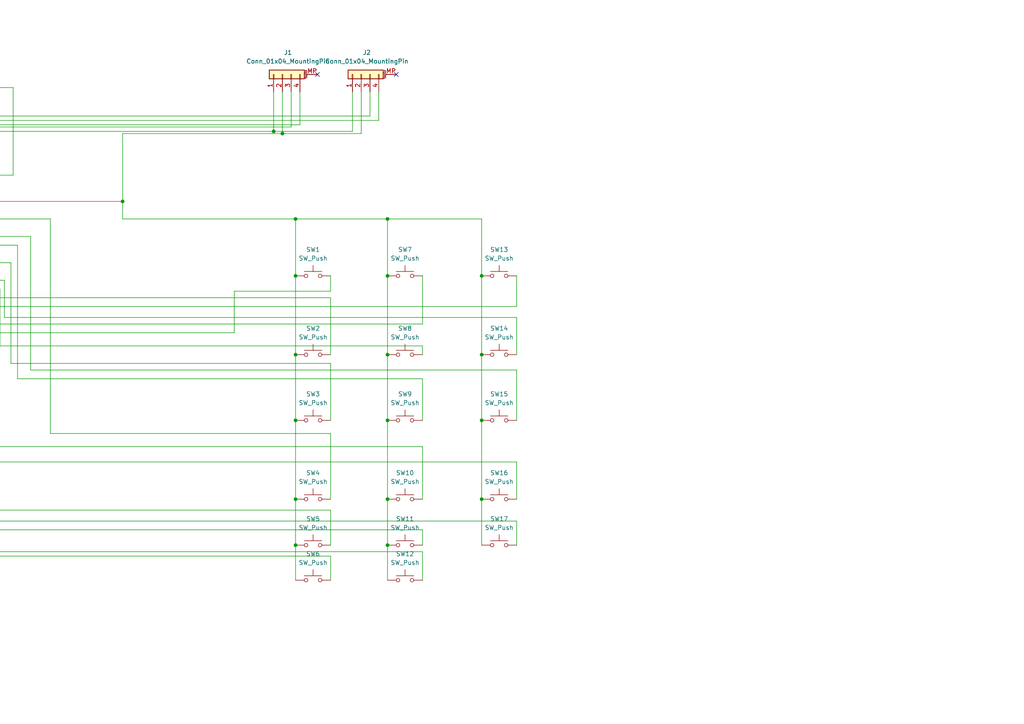
<source format=kicad_sch>
(kicad_sch (version 20211123) (generator eeschema)
  (paper "A4")
  (lib_symbols
    (symbol "Connector_Generic_MountingPin:Conn_01x04_MountingPin" (pin_names (offset 1.016) hide)
      (property "Reference" "J" (at 0 5.08 0))
      (property "Value" "Conn_01x04_MountingPin" (at 1.27 -7.62 0))
      (symbol "Conn_01x04_MountingPin_1_1"
        (rectangle (start -1.27 -4.953) (end 0 -5.207) (stroke (width 0.1524)))
        (rectangle (start -1.27 -2.413) (end 0 -2.667) (stroke (width 0.1524)))
        (rectangle (start -1.27 0.127) (end 0 -0.127) (stroke (width 0.1524)))
        (rectangle (start -1.27 2.667) (end 0 2.413) (stroke (width 0.1524)))
        (rectangle (start -1.27 3.81) (end 1.27 -6.35) (stroke (width 0.254)) (fill (type background)))
        (polyline (pts (xy -1.016 -7.112) (xy 1.016 -7.112)) (stroke (width 0.1524)))
        (text "Mounting" (at 0 -6.731 0) (effects (font (size 0.381 0.381))))
        (pin passive line (at -5.08 2.54 0) (length 3.81) (name "Pin_1") (number "1"))
        (pin passive line (at -5.08 0 0) (length 3.81) (name "Pin_2") (number "2"))
        (pin passive line (at -5.08 -2.54 0) (length 3.81) (name "Pin_3") (number "3"))
        (pin passive line (at -5.08 -5.08 0) (length 3.81) (name "Pin_4") (number "4"))
        (pin passive line (at 0 -10.16 90) (length 3.048) (name "MountPin") (number "MP"))
      )
    )
    (symbol "Device:Battery" (pin_numbers hide) (pin_names (offset 0) hide)
      (property "Reference" "BT" (at 2.54 2.54 0))
      (property "Value" "Battery" (at 2.54 0 0))
      (symbol "Battery_0_1"
        (rectangle (start -2.032 -1.397) (end 2.032 -1.651) (fill (type outline)))
        (rectangle (start -2.032 1.778) (end 2.032 1.524) (fill (type outline)))
        (rectangle (start -1.3208 -1.9812) (end 1.27 -2.4892) (fill (type outline)))
        (rectangle (start -1.3208 1.1938) (end 1.27 0.6858) (fill (type outline)))
        (polyline (pts (xy 0 -1.524) (xy 0 -1.27)))
        (polyline (pts (xy 0 -1.016) (xy 0 -0.762)))
        (polyline (pts (xy 0 -0.508) (xy 0 -0.254)))
        (polyline (pts (xy 0 0) (xy 0 0.254)))
        (polyline (pts (xy 0 0.508) (xy 0 0.762)))
        (polyline (pts (xy 0 1.778) (xy 0 2.54)))
        (polyline (pts (xy 0.254 2.667) (xy 1.27 2.667)) (stroke (width 0.254)))
        (polyline (pts (xy 0.762 3.175) (xy 0.762 2.159)) (stroke (width 0.254)))
      )
      (symbol "Battery_1_1"
        (pin passive line (at 0 5.08 270) (length 2.54) (name "+") (number "1"))
        (pin passive line (at 0 -5.08 90) (length 2.54) (name "-") (number "2"))
      )
    )
    (symbol "MCU_RaspberryPi_and_Boards:Pico"
      (property "Reference" "U" (at -13.97 27.94 0))
      (property "Value" "Pico" (at 0 19.05 0))
      (symbol "Pico_0_0"
        (text "Raspberry Pi Pico" (at 0 21.59 0) (effects (font (size 1.27 1.27))))
      )
      (symbol "Pico_0_1"
        (rectangle (start -15.24 26.67) (end 15.24 -26.67) (fill (type background)))
      )
      (symbol "Pico_1_1"
        (pin bidirectional line (at -17.78 24.13 0) (length 2.54) (name "GPIO0") (number "1"))
        (pin bidirectional line (at -17.78 1.27 0) (length 2.54) (name "GPIO7") (number "10"))
        (pin bidirectional line (at -17.78 -1.27 0) (length 2.54) (name "GPIO8") (number "11"))
        (pin bidirectional line (at -17.78 -3.81 0) (length 2.54) (name "GPIO9") (number "12"))
        (pin power_in line (at -17.78 -6.35 0) (length 2.54) (name "GND") (number "13"))
        (pin bidirectional line (at -17.78 -8.89 0) (length 2.54) (name "GPIO10") (number "14"))
        (pin bidirectional line (at -17.78 -11.43 0) (length 2.54) (name "GPIO11") (number "15"))
        (pin bidirectional line (at -17.78 -13.97 0) (length 2.54) (name "GPIO12") (number "16"))
        (pin bidirectional line (at -17.78 -16.51 0) (length 2.54) (name "GPIO13") (number "17"))
        (pin power_in line (at -17.78 -19.05 0) (length 2.54) (name "GND") (number "18"))
        (pin bidirectional line (at -17.78 -21.59 0) (length 2.54) (name "GPIO14") (number "19"))
        (pin bidirectional line (at -17.78 21.59 0) (length 2.54) (name "GPIO1") (number "2"))
        (pin bidirectional line (at -17.78 -24.13 0) (length 2.54) (name "GPIO15") (number "20"))
        (pin bidirectional line (at 17.78 -24.13 180) (length 2.54) (name "GPIO16") (number "21"))
        (pin bidirectional line (at 17.78 -21.59 180) (length 2.54) (name "GPIO17") (number "22"))
        (pin power_in line (at 17.78 -19.05 180) (length 2.54) (name "GND") (number "23"))
        (pin bidirectional line (at 17.78 -16.51 180) (length 2.54) (name "GPIO18") (number "24"))
        (pin bidirectional line (at 17.78 -13.97 180) (length 2.54) (name "GPIO19") (number "25"))
        (pin bidirectional line (at 17.78 -11.43 180) (length 2.54) (name "GPIO20") (number "26"))
        (pin bidirectional line (at 17.78 -8.89 180) (length 2.54) (name "GPIO21") (number "27"))
        (pin power_in line (at 17.78 -6.35 180) (length 2.54) (name "GND") (number "28"))
        (pin bidirectional line (at 17.78 -3.81 180) (length 2.54) (name "GPIO22") (number "29"))
        (pin power_in line (at -17.78 19.05 0) (length 2.54) (name "GND") (number "3"))
        (pin input line (at 17.78 -1.27 180) (length 2.54) (name "RUN") (number "30"))
        (pin bidirectional line (at 17.78 1.27 180) (length 2.54) (name "GPIO26_ADC0") (number "31"))
        (pin bidirectional line (at 17.78 3.81 180) (length 2.54) (name "GPIO27_ADC1") (number "32"))
        (pin power_in line (at 17.78 6.35 180) (length 2.54) (name "AGND") (number "33"))
        (pin bidirectional line (at 17.78 8.89 180) (length 2.54) (name "GPIO28_ADC2") (number "34"))
        (pin power_in line (at 17.78 11.43 180) (length 2.54) (name "ADC_VREF") (number "35"))
        (pin power_in line (at 17.78 13.97 180) (length 2.54) (name "3V3") (number "36"))
        (pin input line (at 17.78 16.51 180) (length 2.54) (name "3V3_EN") (number "37"))
        (pin bidirectional line (at 17.78 19.05 180) (length 2.54) (name "GND") (number "38"))
        (pin power_in line (at 17.78 21.59 180) (length 2.54) (name "VSYS") (number "39"))
        (pin bidirectional line (at -17.78 16.51 0) (length 2.54) (name "GPIO2") (number "4"))
        (pin power_in line (at 17.78 24.13 180) (length 2.54) (name "VBUS") (number "40"))
        (pin input line (at -2.54 -29.21 90) (length 2.54) (name "SWCLK") (number "41"))
        (pin power_in line (at 0 -29.21 90) (length 2.54) (name "GND") (number "42"))
        (pin bidirectional line (at 2.54 -29.21 90) (length 2.54) (name "SWDIO") (number "43"))
        (pin bidirectional line (at -17.78 13.97 0) (length 2.54) (name "GPIO3") (number "5"))
        (pin bidirectional line (at -17.78 11.43 0) (length 2.54) (name "GPIO4") (number "6"))
        (pin bidirectional line (at -17.78 8.89 0) (length 2.54) (name "GPIO5") (number "7"))
        (pin power_in line (at -17.78 6.35 0) (length 2.54) (name "GND") (number "8"))
        (pin bidirectional line (at -17.78 3.81 0) (length 2.54) (name "GPIO6") (number "9"))
      )
    )
    (symbol "Switch:SW_DPDT_x2" (pin_names (offset 0) hide)
      (property "Reference" "SW" (at 0 4.318 0))
      (property "Value" "SW_DPDT_x2" (at 0 -5.08 0))
      (symbol "SW_DPDT_x2_0_0"
        (circle (center -2.032 0) (radius 0.508))
        (circle (center 2.032 -2.54) (radius 0.508))
      )
      (symbol "SW_DPDT_x2_0_1"
        (polyline (pts (xy -1.524 0.254) (xy 1.651 2.286)))
        (circle (center 2.032 2.54) (radius 0.508))
      )
      (symbol "SW_DPDT_x2_1_1"
        (pin passive line (at 5.08 2.54 180) (length 2.54) (name "A") (number "1"))
        (pin passive line (at -5.08 0 0) (length 2.54) (name "B") (number "2"))
        (pin passive line (at 5.08 -2.54 180) (length 2.54) (name "C") (number "3"))
      )
      (symbol "SW_DPDT_x2_2_1"
        (pin passive line (at 5.08 2.54 180) (length 2.54) (name "A") (number "4"))
        (pin passive line (at -5.08 0 0) (length 2.54) (name "B") (number "5"))
        (pin passive line (at 5.08 -2.54 180) (length 2.54) (name "C") (number "6"))
      )
    )
    (symbol "Switch:SW_Push" (pin_numbers hide) (pin_names (offset 1.016) hide)
      (property "Reference" "SW" (at 1.27 2.54 0))
      (property "Value" "SW_Push" (at 0 -1.524 0))
      (symbol "SW_Push_0_1"
        (circle (center -2.032 0) (radius 0.508))
        (polyline (pts (xy 0 1.27) (xy 0 3.048)))
        (polyline (pts (xy 2.54 1.27) (xy -2.54 1.27)))
        (circle (center 2.032 0) (radius 0.508))
        (pin passive line (at -5.08 0 0) (length 2.54) (name "1") (number "1"))
        (pin passive line (at 5.08 0 180) (length 2.54) (name "2") (number "2"))
      )
    )
  )
  (junction (at 85.725 102.87))
  (junction (at 85.725 158.115))
  (junction (at 81.915 38.735))
  (junction (at 85.725 63.5))
  (junction (at 85.725 121.92))
  (junction (at 35.56 58.42))
  (junction (at 85.725 144.78))
  (junction (at 139.7 121.92))
  (junction (at 112.395 144.78))
  (junction (at 112.395 80.01))
  (junction (at 112.395 158.115))
  (junction (at 139.7 102.87))
  (junction (at 79.375 38.1))
  (junction (at 85.725 80.01))
  (junction (at 112.395 121.92))
  (junction (at 112.395 63.5))
  (junction (at 139.7 80.01))
  (junction (at 139.7 144.78))
  (junction (at 112.395 102.87))
  (no_connect (at -7.62 66.04))
  (no_connect (at -7.62 91.44))
  (no_connect (at -43.18 91.44))
  (no_connect (at -92.075 69.215))
  (no_connect (at -27.94 101.6))
  (no_connect (at -43.18 68.58))
  (no_connect (at -43.18 78.74))
  (no_connect (at -25.4 101.6))
  (no_connect (at -7.62 48.26))
  (no_connect (at -7.62 55.88))
  (no_connect (at -43.18 66.04))
  (no_connect (at -43.18 73.66))
  (no_connect (at -7.62 73.66))
  (no_connect (at 92.075 21.59))
  (no_connect (at 114.935 21.59))
  (no_connect (at -43.18 71.12))
  (no_connect (at -43.18 63.5))
  (no_connect (at -7.62 60.96))
  (no_connect (at -7.62 78.74))
  (no_connect (at -43.18 60.96))
  (no_connect (at -22.86 101.6))
  (wire (pts (xy 139.7 63.5) (xy 112.395 63.5)))
  (wire (pts (xy 8.89 107.315) (xy 8.89 68.58)))
  (wire (pts (xy 35.56 63.5) (xy 35.56 58.42)))
  (wire (pts (xy -49.53 129.54) (xy -49.53 96.52)))
  (wire (pts (xy 8.89 68.58) (xy -7.62 68.58)))
  (wire (pts (xy -7.62 81.28) (xy 1.27 81.28)))
  (wire (pts (xy -56.515 83.82) (xy -43.18 83.82)))
  (wire (pts (xy -48.895 50.8) (xy -48.895 36.83)))
  (wire (pts (xy 81.915 26.67) (xy 81.915 38.735)))
  (wire (pts (xy 95.885 147.955) (xy -52.07 147.955)))
  (wire (pts (xy 84.455 36.83) (xy 84.455 26.67)))
  (wire (pts (xy 149.86 107.315) (xy 8.89 107.315)))
  (wire (pts (xy 3.175 105.41) (xy 3.175 76.2)))
  (wire (pts (xy 95.885 144.78) (xy 95.885 125.73)))
  (wire (pts (xy 109.855 34.925) (xy 109.855 26.67)))
  (wire (pts (xy 149.86 151.13) (xy -56.515 151.13)))
  (wire (pts (xy 95.885 125.73) (xy 14.605 125.73)))
  (wire (pts (xy 67.945 96.52) (xy 67.945 84.455)))
  (wire (pts (xy 139.7 80.01) (xy 139.7 102.87)))
  (wire (pts (xy 102.235 38.1) (xy 102.235 26.67)))
  (wire (pts (xy 35.56 38.735) (xy 35.56 58.42)))
  (wire (pts (xy 122.555 80.01) (xy 122.555 93.98)))
  (wire (pts (xy 139.7 102.87) (xy 139.7 121.92)))
  (wire (pts (xy -43.18 50.8) (xy -48.895 50.8)))
  (wire (pts (xy 85.725 63.5) (xy 85.725 80.01)))
  (wire (pts (xy 67.945 84.455) (xy 95.885 84.455)))
  (wire (pts (xy -97.155 53.34) (xy -43.18 53.34)))
  (wire (pts (xy 112.395 144.78) (xy 112.395 158.115)))
  (wire (pts (xy 79.375 38.1) (xy 102.235 38.1)))
  (wire (pts (xy 3.175 76.2) (xy -7.62 76.2)))
  (wire (pts (xy 5.08 109.855) (xy 5.08 71.12)))
  (wire (pts (xy -59.69 160.02) (xy -59.69 76.2)))
  (wire (pts (xy 122.555 102.87) (xy 122.555 100.33)))
  (wire (pts (xy -43.18 36.195) (xy -43.18 48.26)))
  (wire (pts (xy -58.42 81.28) (xy -43.18 81.28)))
  (wire (pts (xy -53.34 86.36) (xy -43.18 86.36)))
  (wire (pts (xy 81.915 38.735) (xy 104.775 38.735)))
  (wire (pts (xy 112.395 102.87) (xy 112.395 121.92)))
  (wire (pts (xy 122.555 93.98) (xy -7.62 93.98)))
  (wire (pts (xy 107.315 26.67) (xy 107.315 33.655)))
  (wire (pts (xy 3.81 50.8) (xy -7.62 50.8)))
  (wire (pts (xy -56.515 151.13) (xy -56.515 83.82)))
  (wire (pts (xy 85.725 63.5) (xy 35.56 63.5)))
  (wire (pts (xy 104.775 38.735) (xy 104.775 26.67)))
  (wire (pts (xy 85.725 158.115) (xy 85.725 168.275)))
  (wire (pts (xy -50.8 93.98) (xy -43.18 93.98)))
  (wire (pts (xy 112.395 80.01) (xy 112.395 102.87)))
  (wire (pts (xy -113.665 66.675) (xy -60.96 66.675)))
  (wire (pts (xy 85.725 80.01) (xy 85.725 102.87)))
  (wire (pts (xy 149.86 88.9) (xy -7.62 88.9)))
  (wire (pts (xy 95.885 161.29) (xy -58.42 161.29)))
  (wire (pts (xy 86.995 36.195) (xy -43.18 36.195)))
  (wire (pts (xy 122.555 153.67) (xy -53.34 153.67)))
  (wire (pts (xy -7.62 63.5) (xy 14.605 63.5)))
  (wire (pts (xy 85.725 102.87) (xy 85.725 121.92)))
  (wire (pts (xy -49.53 96.52) (xy -43.18 96.52)))
  (wire (pts (xy -58.42 161.29) (xy -58.42 81.28)))
  (wire (pts (xy 0 83.82) (xy -7.62 83.82)))
  (wire (pts (xy 3.81 25.4) (xy 3.81 50.8)))
  (wire (pts (xy -52.07 88.9) (xy -43.18 88.9)))
  (wire (pts (xy -50.8 133.985) (xy -50.8 93.98)))
  (wire (pts (xy 122.555 168.275) (xy 122.555 160.02)))
  (wire (pts (xy -53.34 34.925) (xy 109.855 34.925)))
  (wire (pts (xy -53.34 55.88) (xy -53.34 34.925)))
  (wire (pts (xy 122.555 129.54) (xy -49.53 129.54)))
  (wire (pts (xy 122.555 121.92) (xy 122.555 109.855)))
  (wire (pts (xy 149.86 80.01) (xy 149.86 88.9)))
  (wire (pts (xy 35.56 38.735) (xy 81.915 38.735)))
  (wire (pts (xy 79.375 38.1) (xy 79.375 26.67)))
  (wire (pts (xy 149.86 133.985) (xy -50.8 133.985)))
  (wire (pts (xy -54.61 33.655) (xy -54.61 58.42)))
  (wire (pts (xy 14.605 63.5) (xy 14.605 125.73)))
  (wire (pts (xy 95.885 86.36) (xy -7.62 86.36)))
  (wire (pts (xy 95.885 121.92) (xy 95.885 105.41)))
  (wire (pts (xy -43.18 55.88) (xy -53.34 55.88)))
  (wire (pts (xy 0 100.33) (xy 0 83.82)))
  (wire (pts (xy 95.885 80.01) (xy 95.885 84.455)))
  (wire (pts (xy 112.395 63.5) (xy 112.395 80.01)))
  (wire (pts (xy -1.27 38.1) (xy -1.27 53.34)))
  (wire (pts (xy -60.96 25.4) (xy 3.81 25.4)))
  (wire (pts (xy 112.395 63.5) (xy 85.725 63.5)))
  (wire (pts (xy 139.7 144.78) (xy 139.7 158.115)))
  (wire (pts (xy 122.555 160.02) (xy -59.69 160.02)))
  (wire (pts (xy -97.155 53.34) (xy -97.155 69.215)))
  (wire (pts (xy 95.885 168.275) (xy 95.885 161.29)))
  (wire (pts (xy 149.86 102.87) (xy 149.86 92.075)))
  (wire (pts (xy 139.7 63.5) (xy 139.7 80.01)))
  (wire (pts (xy 122.555 144.78) (xy 122.555 129.54)))
  (wire (pts (xy 149.86 121.92) (xy 149.86 107.315)))
  (wire (pts (xy -94.615 91.44) (xy -94.615 79.375)))
  (wire (pts (xy -113.665 76.835) (xy -113.665 81.28)))
  (wire (pts (xy 95.885 158.115) (xy 95.885 147.955)))
  (wire (pts (xy 5.08 71.12) (xy -7.62 71.12)))
  (wire (pts (xy 139.7 121.92) (xy 139.7 144.78)))
  (wire (pts (xy -54.61 58.42) (xy -43.18 58.42)))
  (wire (pts (xy 107.315 33.655) (xy -54.61 33.655)))
  (wire (pts (xy 85.725 121.92) (xy 85.725 144.78)))
  (wire (pts (xy 149.86 158.115) (xy 149.86 151.13)))
  (wire (pts (xy 122.555 158.115) (xy 122.555 153.67)))
  (wire (pts (xy -48.895 36.83) (xy 84.455 36.83)))
  (wire (pts (xy 95.885 102.87) (xy 95.885 86.36)))
  (wire (pts (xy 149.86 144.78) (xy 149.86 133.985)))
  (wire (pts (xy -60.96 66.675) (xy -60.96 25.4)))
  (wire (pts (xy -1.27 38.1) (xy 79.375 38.1)))
  (wire (pts (xy 149.86 92.075) (xy 1.27 92.075)))
  (wire (pts (xy -52.07 147.955) (xy -52.07 88.9)))
  (wire (pts (xy -7.62 96.52) (xy 67.945 96.52)))
  (wire (pts (xy 1.27 92.075) (xy 1.27 81.28)))
  (wire (pts (xy 112.395 121.92) (xy 112.395 144.78)))
  (wire (pts (xy -1.27 53.34) (xy -7.62 53.34)))
  (wire (pts (xy -59.69 76.2) (xy -43.18 76.2)))
  (wire (pts (xy 112.395 158.115) (xy 112.395 168.275)))
  (wire (pts (xy -7.62 58.42) (xy 35.56 58.42)) (stroke (width 0) (color 255 0 70 1)))
  (wire (pts (xy 85.725 144.78) (xy 85.725 158.115)))
  (wire (pts (xy 95.885 105.41) (xy 3.175 105.41)))
  (wire (pts (xy 86.995 26.67) (xy 86.995 36.195)))
  (wire (pts (xy -53.34 153.67) (xy -53.34 86.36)))
  (wire (pts (xy 122.555 109.855) (xy 5.08 109.855)))
  (wire (pts (xy 122.555 100.33) (xy 0 100.33)))
  (wire (pts (xy -113.665 91.44) (xy -94.615 91.44)))
  (symbol (lib_id "Switch:SW_Push") (at 117.475 168.275 0) (unit 1)
    (property "Reference" "SW12" (at 117.475 160.655 0))
    (property "Value" "SW_Push" (at 117.475 163.195 0))
    (property "Footprint" "Button_Switch_Keyboard:SW_Cherry_MX_1.00u_PCB" (effects hide))
  )
  (symbol (lib_id "Switch:SW_Push") (at 144.78 102.87 0) (unit 1)
    (property "Reference" "SW14" (at 144.78 95.25 0))
    (property "Value" "SW_Push" (at 144.78 97.79 0))
    (property "Footprint" "Button_Switch_Keyboard:SW_Cherry_MX_1.00u_PCB" (effects hide))
  )
  (symbol (lib_id "Switch:SW_Push") (at 117.475 121.92 0) (unit 1)
    (property "Reference" "SW9" (at 117.475 114.3 0))
    (property "Value" "SW_Push" (at 117.475 116.84 0))
    (property "Footprint" "Button_Switch_Keyboard:SW_Cherry_MX_2.00u_Vertical_PCB" (effects hide))
  )
  (symbol (lib_id "Switch:SW_Push") (at 144.78 80.01 0) (unit 1)
    (property "Reference" "SW13" (at 144.78 72.39 0))
    (property "Value" "SW_Push" (at 144.78 74.93 0))
    (property "Footprint" "Button_Switch_Keyboard:SW_Cherry_MX_1.00u_PCB" (effects hide))
  )
  (symbol (lib_id "Switch:SW_Push") (at 90.805 168.275 0) (unit 1)
    (property "Reference" "SW6" (at 90.805 160.655 0))
    (property "Value" "SW_Push" (at 90.805 163.195 0))
    (property "Footprint" "Button_Switch_Keyboard:SW_Cherry_MX_1.00u_PCB" (effects hide))
  )
  (symbol (lib_id "Connector_Generic_MountingPin:Conn_01x04_MountingPin") (at 81.915 21.59 90) (unit 1)
    (property "Reference" "J1" (at 83.5406 15.24 90))
    (property "Value" "Conn_01x04_MountingPin" (at 83.5406 17.78 90))
    (property "Footprint" "SSD1306:128x64OLED" (effects hide))
  )
  (symbol (lib_id "Switch:SW_Push") (at 117.475 144.78 0) (unit 1)
    (property "Reference" "SW10" (at 117.475 137.16 0))
    (property "Value" "SW_Push" (at 117.475 139.7 0))
    (property "Footprint" "Button_Switch_Keyboard:SW_Cherry_MX_2.00u_Vertical_PCB" (effects hide))
  )
  (symbol (lib_id "Switch:SW_Push") (at 90.805 158.115 0) (unit 1)
    (property "Reference" "SW5" (at 90.805 150.495 0))
    (property "Value" "SW_Push" (at 90.805 153.035 0))
    (property "Footprint" "Button_Switch_Keyboard:SW_Cherry_MX_1.00u_PCB" (effects hide))
  )
  (symbol (lib_id "Switch:SW_Push") (at 90.805 80.01 0) (unit 1)
    (property "Reference" "SW1" (at 90.805 72.39 0))
    (property "Value" "SW_Push" (at 90.805 74.93 0))
    (property "Footprint" "Button_Switch_Keyboard:SW_Cherry_MX_1.00u_PCB" (effects hide))
  )
  (symbol (lib_id "Connector_Generic_MountingPin:Conn_01x04_MountingPin") (at 104.775 21.59 90) (unit 1)
    (property "Reference" "J2" (at 106.4006 15.24 90))
    (property "Value" "Conn_01x04_MountingPin" (at 106.4006 17.78 90))
    (property "Footprint" "SSD1306:128x64OLED" (effects hide))
  )
  (symbol (lib_id "Switch:SW_Push") (at 144.78 158.115 0) (unit 1)
    (property "Reference" "SW17" (at 144.78 150.495 0))
    (property "Value" "SW_Push" (at 144.78 153.035 0))
    (property "Footprint" "Button_Switch_Keyboard:SW_Cherry_MX_1.00u_PCB" (effects hide))
  )
  (symbol (lib_id "Switch:SW_Push") (at 144.78 144.78 0) (unit 1)
    (property "Reference" "SW16" (at 144.78 137.16 0))
    (property "Value" "SW_Push" (at 144.78 139.7 0))
    (property "Footprint" "Button_Switch_Keyboard:SW_Cherry_MX_1.00u_PCB" (effects hide))
  )
  (symbol (lib_id "Switch:SW_Push") (at 90.805 144.78 0) (unit 1)
    (property "Reference" "SW4" (at 90.805 137.16 0))
    (property "Value" "SW_Push" (at 90.805 139.7 0))
    (property "Footprint" "Button_Switch_Keyboard:SW_Cherry_MX_1.00u_PCB" (effects hide))
  )
  (symbol (lib_id "Switch:SW_Push") (at 117.475 80.01 0) (unit 1)
    (property "Reference" "SW7" (at 117.475 72.39 0))
    (property "Value" "SW_Push" (at 117.475 74.93 0))
    (property "Footprint" "Button_Switch_Keyboard:SW_Cherry_MX_1.00u_PCB" (effects hide))
  )
  (symbol (lib_id "Switch:SW_DPDT_x2") (at -94.615 74.295 90) (unit 1)
    (property "Reference" "SW18" (at -88.9 73.0249 90) (effects (justify right)))
    (property "Value" "SW_DPDT_x2" (at -88.9 75.5649 90) (effects (justify right)))
    (property "Footprint" "Connector_PinSocket_2.54mm:PinSocket_1x03_P2.54mm_Vertical" (effects hide))
  )
  (symbol (lib_id "Switch:SW_Push") (at 144.78 121.92 0) (unit 1)
    (property "Reference" "SW15" (at 144.78 114.3 0))
    (property "Value" "SW_Push" (at 144.78 116.84 0))
    (property "Footprint" "Button_Switch_Keyboard:SW_Cherry_MX_1.00u_PCB" (effects hide))
  )
  (symbol (lib_id "Device:Battery") (at -113.665 86.36 0) (unit 1)
    (property "Reference" "BT2" (at -109.22 84.7089 0) (effects (justify left)))
    (property "Value" "Battery" (at -109.22 87.2489 0) (effects (justify left)))
    (property "Footprint" "Battery:BatteryHolder_Keystone_2460_1xAA" (effects hide))
  )
  (symbol (lib_id "Switch:SW_Push") (at 117.475 158.115 0) (unit 1)
    (property "Reference" "SW11" (at 117.475 150.495 0))
    (property "Value" "SW_Push" (at 117.475 153.035 0))
    (property "Footprint" "Button_Switch_Keyboard:SW_Cherry_MX_1.00u_PCB" (effects hide))
  )
  (symbol (lib_id "MCU_RaspberryPi_and_Boards:Pico") (at -25.4 72.39 0) (unit 1)
    (property "Reference" "U1" (at -25.4 40.64 0))
    (property "Value" "Pico" (at -25.4 43.18 0))
    (property "Footprint" "MCU_RaspberryPi_and_Boards:RPi_Pico_SMD_TH" (effects hide))
  )
  (symbol (lib_id "Device:Battery") (at -113.665 71.755 0) (unit 1)
    (property "Reference" "BT1" (at -109.22 70.1039 0) (effects (justify left)))
    (property "Value" "Battery" (at -109.22 72.6439 0) (effects (justify left)))
    (property "Footprint" "Battery:BatteryHolder_Keystone_2460_1xAA" (effects hide))
  )
  (symbol (lib_id "Switch:SW_Push") (at 117.475 102.87 0) (unit 1)
    (property "Reference" "SW8" (at 117.475 95.25 0))
    (property "Value" "SW_Push" (at 117.475 97.79 0))
    (property "Footprint" "Button_Switch_Keyboard:SW_Cherry_MX_2.00u_PCB" (effects hide))
  )
  (symbol (lib_id "Switch:SW_Push") (at 90.805 102.87 0) (unit 1)
    (property "Reference" "SW2" (at 90.805 95.25 0))
    (property "Value" "SW_Push" (at 90.805 97.79 0))
    (property "Footprint" "Button_Switch_Keyboard:SW_Cherry_MX_1.00u_PCB" (effects hide))
  )
  (symbol (lib_id "Switch:SW_Push") (at 90.805 121.92 0) (unit 1)
    (property "Reference" "SW3" (at 90.805 114.3 0))
    (property "Value" "SW_Push" (at 90.805 116.84 0))
    (property "Footprint" "Button_Switch_Keyboard:SW_Cherry_MX_1.00u_PCB" (effects hide))
  )
)
</source>
